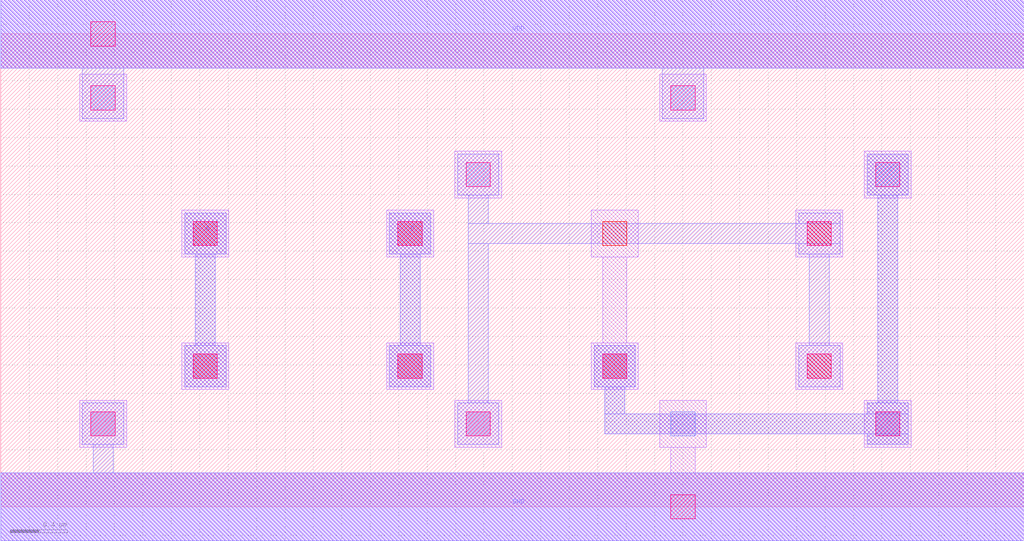
<source format=lef>
MACRO MARTIN1989
 CLASS CORE ;
 FOREIGN MARTIN1989 0 0 ;
 SIZE 7.2 BY 3.33 ;
 ORIGIN 0 0 ;
 SYMMETRY X Y R90 ;
 SITE unit ;
  PIN VDD
   DIRECTION INOUT ;
   USE POWER ;
   SHAPE ABUTMENT ;
    PORT
     CLASS CORE ;
       LAYER li1 ;
        RECT 0.00000000 3.09000000 7.20000000 3.57000000 ;
       LAYER met1 ;
        RECT 0.00000000 3.09000000 7.20000000 3.57000000 ;
    END
  END VDD

  PIN GND
   DIRECTION INOUT ;
   USE POWER ;
   SHAPE ABUTMENT ;
    PORT
     CLASS CORE ;
       LAYER li1 ;
        RECT 0.00000000 -0.24000000 7.20000000 0.24000000 ;
       LAYER met1 ;
        RECT 0.00000000 -0.24000000 7.20000000 0.24000000 ;
    END
  END GND

  PIN C
   DIRECTION INOUT ;
   USE SIGNAL ;
   SHAPE ABUTMENT ;
    PORT
     CLASS CORE ;
       LAYER met1 ;
        RECT 6.09500000 0.44000000 6.38500000 0.51500000 ;
        RECT 4.25000000 0.51500000 6.38500000 0.65500000 ;
        RECT 6.09500000 0.65500000 6.38500000 0.73000000 ;
        RECT 4.25000000 0.65500000 4.39000000 0.84500000 ;
        RECT 4.17500000 0.84500000 4.46500000 1.13500000 ;
        RECT 6.17000000 0.73000000 6.31000000 2.19500000 ;
        RECT 6.09500000 2.19500000 6.38500000 2.48500000 ;
    END
  END C

  PIN B
   DIRECTION INOUT ;
   USE SIGNAL ;
   SHAPE ABUTMENT ;
    PORT
     CLASS CORE ;
       LAYER met1 ;
        RECT 2.73500000 0.84500000 3.02500000 1.13500000 ;
        RECT 2.81000000 1.13500000 2.95000000 1.78000000 ;
        RECT 2.73500000 1.78000000 3.02500000 2.07000000 ;
    END
  END B

  PIN A
   DIRECTION INOUT ;
   USE SIGNAL ;
   SHAPE ABUTMENT ;
    PORT
     CLASS CORE ;
       LAYER met1 ;
        RECT 1.29500000 0.84500000 1.58500000 1.13500000 ;
        RECT 1.37000000 1.13500000 1.51000000 1.78000000 ;
        RECT 1.29500000 1.78000000 1.58500000 2.07000000 ;
    END
  END A

 OBS
    LAYER polycont ;
     RECT 1.35500000 0.90500000 1.52500000 1.07500000 ;
     RECT 2.79500000 0.90500000 2.96500000 1.07500000 ;
     RECT 4.23500000 0.90500000 4.40500000 1.07500000 ;
     RECT 5.67500000 0.90500000 5.84500000 1.07500000 ;
     RECT 1.35500000 1.84000000 1.52500000 2.01000000 ;
     RECT 2.79500000 1.84000000 2.96500000 2.01000000 ;
     RECT 4.23500000 1.84000000 4.40500000 2.01000000 ;
     RECT 5.67500000 1.84000000 5.84500000 2.01000000 ;

    LAYER pdiffc ;
     RECT 3.27500000 2.25500000 3.44500000 2.42500000 ;
     RECT 6.15500000 2.25500000 6.32500000 2.42500000 ;
     RECT 0.63500000 2.79500000 0.80500000 2.96500000 ;
     RECT 4.71500000 2.79500000 4.88500000 2.96500000 ;

    LAYER ndiffc ;
     RECT 0.63500000 0.50000000 0.80500000 0.67000000 ;
     RECT 3.27500000 0.50000000 3.44500000 0.67000000 ;
     RECT 4.71500000 0.50000000 4.88500000 0.67000000 ;
     RECT 6.15500000 0.50000000 6.32500000 0.67000000 ;

    LAYER li1 ;
     RECT 0.55500000 0.42000000 0.88500000 0.75000000 ;
     RECT 3.19500000 0.42000000 3.52500000 0.75000000 ;
     RECT 0.00000000 -0.24000000 7.20000000 0.24000000 ;
     RECT 4.71500000 0.24000000 4.88500000 0.42000000 ;
     RECT 4.63500000 0.42000000 4.96500000 0.75000000 ;
     RECT 6.07500000 0.42000000 6.40500000 0.75000000 ;
     RECT 1.27500000 0.82500000 1.60500000 1.15500000 ;
     RECT 2.71500000 0.82500000 3.04500000 1.15500000 ;
     RECT 5.59500000 0.82500000 5.92500000 1.15500000 ;
     RECT 1.27500000 1.76000000 1.60500000 2.09000000 ;
     RECT 2.71500000 1.76000000 3.04500000 2.09000000 ;
     RECT 4.15500000 0.82500000 4.48500000 1.15500000 ;
     RECT 4.23500000 1.15500000 4.40500000 1.76000000 ;
     RECT 4.15500000 1.76000000 4.48500000 2.09000000 ;
     RECT 5.59500000 1.76000000 5.92500000 2.09000000 ;
     RECT 3.19500000 2.17500000 3.52500000 2.50500000 ;
     RECT 6.07500000 2.17500000 6.40500000 2.50500000 ;
     RECT 0.55500000 2.71500000 0.88500000 3.04500000 ;
     RECT 4.63500000 2.71500000 4.96500000 3.04500000 ;
     RECT 0.00000000 3.09000000 7.20000000 3.57000000 ;

    LAYER viali ;
     RECT 4.71500000 -0.08500000 4.88500000 0.08500000 ;
     RECT 0.63500000 0.50000000 0.80500000 0.67000000 ;
     RECT 3.27500000 0.50000000 3.44500000 0.67000000 ;
     RECT 6.15500000 0.50000000 6.32500000 0.67000000 ;
     RECT 1.35500000 0.90500000 1.52500000 1.07500000 ;
     RECT 2.79500000 0.90500000 2.96500000 1.07500000 ;
     RECT 4.23500000 0.90500000 4.40500000 1.07500000 ;
     RECT 5.67500000 0.90500000 5.84500000 1.07500000 ;
     RECT 1.35500000 1.84000000 1.52500000 2.01000000 ;
     RECT 2.79500000 1.84000000 2.96500000 2.01000000 ;
     RECT 5.67500000 1.84000000 5.84500000 2.01000000 ;
     RECT 3.27500000 2.25500000 3.44500000 2.42500000 ;
     RECT 6.15500000 2.25500000 6.32500000 2.42500000 ;
     RECT 0.63500000 2.79500000 0.80500000 2.96500000 ;
     RECT 4.71500000 2.79500000 4.88500000 2.96500000 ;
     RECT 0.63500000 3.24500000 0.80500000 3.41500000 ;

    LAYER met1 ;
     RECT 0.00000000 -0.24000000 7.20000000 0.24000000 ;
     RECT 0.65000000 0.24000000 0.79000000 0.44000000 ;
     RECT 0.57500000 0.44000000 0.86500000 0.73000000 ;
     RECT 1.29500000 0.84500000 1.58500000 1.13500000 ;
     RECT 1.37000000 1.13500000 1.51000000 1.78000000 ;
     RECT 1.29500000 1.78000000 1.58500000 2.07000000 ;
     RECT 2.73500000 0.84500000 3.02500000 1.13500000 ;
     RECT 2.81000000 1.13500000 2.95000000 1.78000000 ;
     RECT 2.73500000 1.78000000 3.02500000 2.07000000 ;
     RECT 3.21500000 0.44000000 3.50500000 0.73000000 ;
     RECT 5.61500000 0.84500000 5.90500000 1.13500000 ;
     RECT 5.69000000 1.13500000 5.83000000 1.78000000 ;
     RECT 3.29000000 0.73000000 3.43000000 1.85500000 ;
     RECT 5.61500000 1.78000000 5.90500000 1.85500000 ;
     RECT 3.29000000 1.85500000 5.90500000 1.99500000 ;
     RECT 5.61500000 1.99500000 5.90500000 2.07000000 ;
     RECT 3.29000000 1.99500000 3.43000000 2.19500000 ;
     RECT 3.21500000 2.19500000 3.50500000 2.48500000 ;
     RECT 6.09500000 0.44000000 6.38500000 0.51500000 ;
     RECT 4.25000000 0.51500000 6.38500000 0.65500000 ;
     RECT 6.09500000 0.65500000 6.38500000 0.73000000 ;
     RECT 4.25000000 0.65500000 4.39000000 0.84500000 ;
     RECT 4.17500000 0.84500000 4.46500000 1.13500000 ;
     RECT 6.17000000 0.73000000 6.31000000 2.19500000 ;
     RECT 6.09500000 2.19500000 6.38500000 2.48500000 ;
     RECT 0.57500000 2.73500000 0.86500000 3.09000000 ;
     RECT 4.65500000 2.73500000 4.94500000 3.09000000 ;
     RECT 0.00000000 3.09000000 7.20000000 3.57000000 ;

 END
END MARTIN1989

</source>
